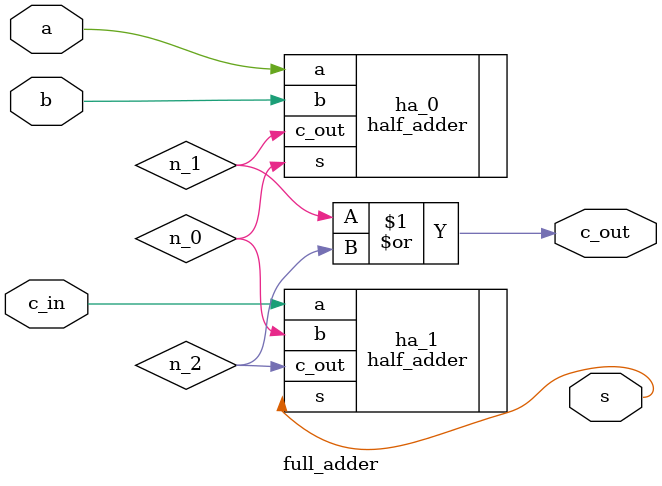
<source format=v>

module full_adder (
    input  a,
    input  b,
    input  c_in,
    output s,
    output c_out
);

wire n_0;
wire n_1;
wire n_2;

half_adder ha_0 (.a(a), .b(b), .s(n_0), .c_out(n_1));
half_adder ha_1 (.a(c_in), .b(n_0), .s(s), .c_out(n_2));

or or_0 (c_out, n_1, n_2);


endmodule
</source>
